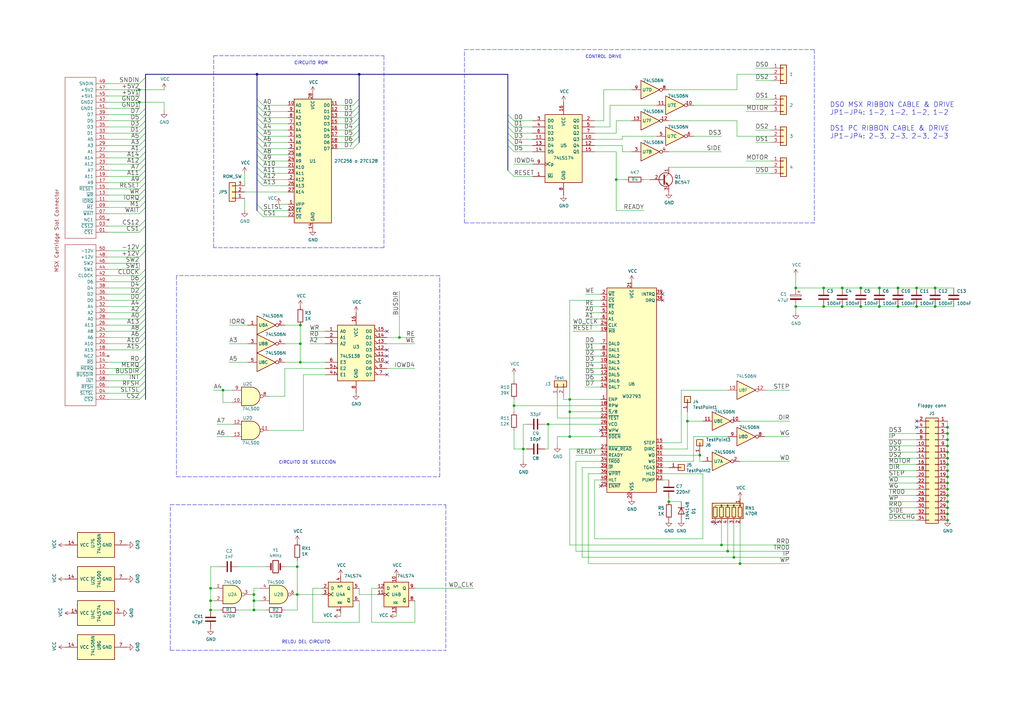
<source format=kicad_sch>
(kicad_sch (version 20211123) (generator eeschema)
  (paper "User" 419.989 297.002)
  (title_block (title "MICROSOL CDX-2 INTERFACE 2.4") (company "MSXmakers!"))
  (junction (at 360.68 118.11))
  (junction (at 298.45 226.06))
  (junction (at 86.36 250.19))
  (junction (at 233.68 179.07))
  (junction (at 281.94 172.72))
  (junction (at 252.73 73.66))
  (junction (at 214.63 184.15))
  (junction (at 360.68 125.73))
  (junction (at 287.02 186.69))
  (junction (at 375.92 118.11))
  (junction (at 388.62 205.74))
  (junction (at 57.15 41.91))
  (junction (at 388.62 175.26))
  (junction (at 233.68 168.91))
  (junction (at 388.62 198.12))
  (junction (at 388.62 213.36))
  (junction (at 388.62 208.28))
  (junction (at 388.62 195.58))
  (junction (at 388.62 180.34))
  (junction (at 210.82 166.37))
  (junction (at 326.39 118.11))
  (junction (at 86.36 241.3))
  (junction (at 86.36 246.38))
  (junction (at 91.44 160.02))
  (junction (at 105.41 30.48))
  (junction (at 388.62 185.42))
  (junction (at 104.14 246.38))
  (junction (at 388.62 190.5))
  (junction (at 345.44 125.73))
  (junction (at 104.14 243.84))
  (junction (at 375.92 125.73))
  (junction (at 388.62 182.88))
  (junction (at 104.14 250.19))
  (junction (at 388.62 203.2))
  (junction (at 383.54 118.11))
  (junction (at 57.15 36.83))
  (junction (at 388.62 187.96))
  (junction (at 123.19 148.59))
  (junction (at 326.39 125.73))
  (junction (at 123.19 133.35))
  (junction (at 383.54 125.73))
  (junction (at 224.79 173.99))
  (junction (at 163.83 138.43))
  (junction (at 233.68 163.83))
  (junction (at 274.32 205.74))
  (junction (at 121.92 232.41))
  (junction (at 353.06 125.73))
  (junction (at 121.92 243.84))
  (junction (at 147.32 30.48))
  (junction (at 295.91 223.52))
  (junction (at 388.62 200.66))
  (junction (at 368.3 118.11))
  (junction (at 353.06 118.11))
  (junction (at 337.82 125.73))
  (junction (at 123.19 140.97))
  (junction (at 388.62 193.04))
  (junction (at 303.53 231.14))
  (junction (at 300.99 228.6))
  (junction (at 388.62 177.8))
  (junction (at 337.82 118.11))
  (junction (at 388.62 210.82))
  (junction (at 368.3 125.73))
  (junction (at 345.44 118.11))
  (no_connect (at 246.38 199.39))
  (no_connect (at 158.75 146.05))
  (no_connect (at 158.75 148.59))
  (no_connect (at 158.75 143.51))
  (no_connect (at 158.75 153.67))
  (no_connect (at 246.38 176.53))
  (no_connect (at 158.75 135.89))
  (no_connect (at 271.78 123.19))
  (no_connect (at 271.78 120.65))
  (no_connect (at 375.92 172.72))
  (no_connect (at 375.92 175.26))
  (no_connect (at 293.37 214.63))
  (bus_entry (at 59.69 90.17) (size -2.54 2.54))
  (bus_entry (at 59.69 44.45) (size -2.54 2.54))
  (bus_entry (at 59.69 115.57) (size -2.54 2.54))
  (bus_entry (at 210.82 57.15) (size -2.54 -2.54))
  (bus_entry (at 105.41 68.58) (size 2.54 2.54))
  (bus_entry (at 59.69 85.09) (size -2.54 2.54))
  (bus_entry (at 208.28 59.69) (size 2.54 2.54))
  (bus_entry (at 57.15 123.19) (size 2.54 -2.54))
  (bus_entry (at 59.69 113.03) (size -2.54 2.54))
  (bus_entry (at 59.69 133.35) (size -2.54 2.54))
  (bus_entry (at 59.69 82.55) (size -2.54 2.54))
  (bus_entry (at 59.69 148.59) (size -2.54 2.54))
  (bus_entry (at 147.32 50.8) (size -2.54 2.54))
  (bus_entry (at 59.69 123.19) (size -2.54 2.54))
  (bus_entry (at 105.41 71.12) (size 2.54 2.54))
  (bus_entry (at 59.69 153.67) (size -2.54 2.54))
  (bus_entry (at 59.69 158.75) (size -2.54 2.54))
  (bus_entry (at 147.32 45.72) (size -2.54 2.54))
  (bus_entry (at 208.28 46.99) (size 2.54 2.54))
  (bus_entry (at 57.15 34.29) (size 2.54 -2.54))
  (bus_entry (at 105.41 48.26) (size 2.54 2.54))
  (bus_entry (at 105.41 66.04) (size 2.54 2.54))
  (bus_entry (at 59.69 72.39) (size -2.54 2.54))
  (bus_entry (at 59.69 74.93) (size -2.54 2.54))
  (bus_entry (at 59.69 69.85) (size -2.54 2.54))
  (bus_entry (at 59.69 100.33) (size -2.54 2.54))
  (bus_entry (at 105.41 40.64) (size 2.54 2.54))
  (bus_entry (at 59.69 46.99) (size -2.54 2.54))
  (bus_entry (at 59.69 77.47) (size -2.54 2.54))
  (bus_entry (at 59.69 138.43) (size -2.54 2.54))
  (bus_entry (at 59.69 54.61) (size -2.54 2.54))
  (bus_entry (at 105.41 63.5) (size 2.54 2.54))
  (bus_entry (at 59.69 59.69) (size -2.54 2.54))
  (bus_entry (at 59.69 125.73) (size -2.54 2.54))
  (bus_entry (at 59.69 52.07) (size -2.54 2.54))
  (bus_entry (at 105.41 43.18) (size 2.54 2.54))
  (bus_entry (at 147.32 43.18) (size -2.54 2.54))
  (bus_entry (at 59.69 80.01) (size -2.54 2.54))
  (bus_entry (at 59.69 62.23) (size -2.54 2.54))
  (bus_entry (at 147.32 53.34) (size -2.54 2.54))
  (bus_entry (at 208.28 57.15) (size 2.54 2.54))
  (bus_entry (at 105.41 50.8) (size 2.54 2.54))
  (bus_entry (at 59.69 118.11) (size -2.54 2.54))
  (bus_entry (at 59.69 146.05) (size -2.54 2.54))
  (bus_entry (at 105.41 83.82) (size 2.54 2.54))
  (bus_entry (at 144.78 50.8) (size 2.54 -2.54))
  (bus_entry (at 59.69 128.27) (size -2.54 2.54))
  (bus_entry (at 105.41 45.72) (size 2.54 2.54))
  (bus_entry (at 59.69 130.81) (size -2.54 2.54))
  (bus_entry (at 59.69 92.71) (size -2.54 2.54))
  (bus_entry (at 59.69 161.29) (size -2.54 2.54))
  (bus_entry (at 59.69 135.89) (size -2.54 2.54))
  (bus_entry (at 59.69 64.77) (size -2.54 2.54))
  (bus_entry (at 208.28 52.07) (size 2.54 2.54))
  (bus_entry (at 105.41 60.96) (size 2.54 2.54))
  (bus_entry (at 105.41 55.88) (size 2.54 2.54))
  (bus_entry (at 59.69 151.13) (size -2.54 2.54))
  (bus_entry (at 59.69 110.49) (size -2.54 2.54))
  (bus_entry (at 105.41 58.42) (size 2.54 2.54))
  (bus_entry (at 59.69 140.97) (size -2.54 2.54))
  (bus_entry (at 208.28 49.53) (size 2.54 2.54))
  (bus_entry (at 147.32 58.42) (size -2.54 2.54))
  (bus_entry (at 59.69 156.21) (size -2.54 2.54))
  (bus_entry (at 147.32 55.88) (size -2.54 2.54))
  (bus_entry (at 59.69 102.87) (size -2.54 2.54))
  (bus_entry (at 208.28 69.85) (size 2.54 2.54))
  (bus_entry (at 147.32 40.64) (size -2.54 2.54))
  (bus_entry (at 105.41 73.66) (size 2.54 2.54))
  (bus_entry (at 59.69 67.31) (size -2.54 2.54))
  (bus_entry (at 59.69 49.53) (size -2.54 2.54))
  (bus_entry (at 59.69 57.15) (size -2.54 2.54))
  (bus_entry (at 105.41 86.36) (size 2.54 2.54))
  (bus_entry (at 105.41 53.34) (size 2.54 2.54))
  (wire (pts (xy 337.82 125.73) (xy 345.44 125.73)))
  (wire (pts (xy 388.62 180.34) (xy 388.62 182.88)))
  (wire (pts (xy 228.6 171.45) (xy 228.6 162.56)))
  (wire (pts (xy 91.44 160.02) (xy 87.63 160.02)))
  (bus (pts (xy 59.69 52.07) (xy 59.69 54.61)))
  (wire (pts (xy 118.11 86.36) (xy 107.95 86.36)))
  (wire (pts (xy 281.94 184.15) (xy 281.94 172.72)))
  (wire (pts (xy 295.91 223.52) (xy 295.91 214.63)))
  (wire (pts (xy 284.48 43.18) (xy 316.23 43.18)))
  (bus (pts (xy 59.69 110.49) (xy 59.69 113.03)))
  (wire (pts (xy 364.49 210.82) (xy 375.92 210.82)))
  (wire (pts (xy 144.78 53.34) (xy 138.43 53.34)))
  (wire (pts (xy 288.29 194.31) (xy 271.78 194.31)))
  (bus (pts (xy 105.41 30.48) (xy 105.41 40.64)))
  (wire (pts (xy 104.14 241.3) (xy 104.14 243.84)))
  (bus (pts (xy 59.69 69.85) (xy 59.69 72.39)))
  (wire (pts (xy 110.49 176.53) (xy 124.46 176.53)))
  (bus (pts (xy 59.69 115.57) (xy 59.69 118.11)))
  (wire (pts (xy 95.25 165.1) (xy 91.44 165.1)))
  (wire (pts (xy 309.88 33.02) (xy 316.23 33.02)))
  (wire (pts (xy 154.94 243.84) (xy 147.32 243.84)))
  (wire (pts (xy 44.45 64.77) (xy 57.15 64.77)))
  (bus (pts (xy 59.69 44.45) (xy 59.69 46.99)))
  (bus (pts (xy 147.32 40.64) (xy 147.32 43.18)))
  (wire (pts (xy 44.45 107.95) (xy 57.15 107.95)))
  (bus (pts (xy 147.32 30.48) (xy 105.41 30.48)))
  (bus (pts (xy 105.41 63.5) (xy 105.41 66.04)))
  (wire (pts (xy 44.45 62.23) (xy 57.15 62.23)))
  (bus (pts (xy 59.69 64.77) (xy 59.69 67.31)))
  (wire (pts (xy 326.39 125.73) (xy 326.39 128.27)))
  (polyline (pts (xy 182.88 207.01) (xy 182.88 266.7)))
  (wire (pts (xy 86.36 250.19) (xy 90.17 250.19)))
  (wire (pts (xy 210.82 166.37) (xy 210.82 168.91)))
  (wire (pts (xy 210.82 59.69) (xy 218.44 59.69)))
  (wire (pts (xy 303.53 189.23) (xy 323.85 189.23)))
  (wire (pts (xy 44.45 120.65) (xy 57.15 120.65)))
  (bus (pts (xy 59.69 74.93) (xy 59.69 77.47)))
  (bus (pts (xy 208.28 54.61) (xy 208.28 57.15)))
  (wire (pts (xy 91.44 165.1) (xy 91.44 160.02)))
  (polyline (pts (xy 72.39 195.58) (xy 180.34 195.58)))
  (wire (pts (xy 118.11 73.66) (xy 107.95 73.66)))
  (wire (pts (xy 375.92 182.88) (xy 364.49 182.88)))
  (wire (pts (xy 118.11 68.58) (xy 107.95 68.58)))
  (bus (pts (xy 105.41 48.26) (xy 105.41 50.8)))
  (wire (pts (xy 353.06 118.11) (xy 345.44 118.11)))
  (wire (pts (xy 116.84 162.56) (xy 116.84 151.13)))
  (wire (pts (xy 194.31 241.3) (xy 170.18 241.3)))
  (wire (pts (xy 67.31 41.91) (xy 67.31 45.72)))
  (wire (pts (xy 144.78 58.42) (xy 138.43 58.42)))
  (wire (pts (xy 44.45 87.63) (xy 57.15 87.63)))
  (wire (pts (xy 388.62 185.42) (xy 388.62 187.96)))
  (wire (pts (xy 210.82 166.37) (xy 246.38 166.37)))
  (wire (pts (xy 124.46 153.67) (xy 133.35 153.67)))
  (wire (pts (xy 100.33 78.74) (xy 118.11 78.74)))
  (bus (pts (xy 59.69 133.35) (xy 59.69 135.89)))
  (wire (pts (xy 247.65 49.53) (xy 247.65 36.83)))
  (wire (pts (xy 309.88 71.12) (xy 316.23 71.12)))
  (bus (pts (xy 59.69 80.01) (xy 59.69 82.55)))
  (bus (pts (xy 59.69 113.03) (xy 59.69 115.57)))
  (wire (pts (xy 236.22 226.06) (xy 298.45 226.06)))
  (wire (pts (xy 44.45 115.57) (xy 57.15 115.57)))
  (polyline (pts (xy 157.48 101.6) (xy 87.63 101.6)))
  (wire (pts (xy 144.78 43.18) (xy 138.43 43.18)))
  (wire (pts (xy 388.62 203.2) (xy 388.62 205.74)))
  (wire (pts (xy 116.84 140.97) (xy 123.19 140.97)))
  (wire (pts (xy 246.38 168.91) (xy 233.68 168.91)))
  (wire (pts (xy 210.82 49.53) (xy 218.44 49.53)))
  (bus (pts (xy 59.69 140.97) (xy 59.69 146.05)))
  (wire (pts (xy 214.63 184.15) (xy 215.9 184.15)))
  (wire (pts (xy 243.84 54.61) (xy 252.73 54.61)))
  (bus (pts (xy 59.69 57.15) (xy 59.69 59.69)))
  (wire (pts (xy 246.38 133.35) (xy 234.95 133.35)))
  (wire (pts (xy 44.45 153.67) (xy 57.15 153.67)))
  (wire (pts (xy 210.82 176.53) (xy 210.82 184.15)))
  (wire (pts (xy 118.11 48.26) (xy 107.95 48.26)))
  (bus (pts (xy 105.41 55.88) (xy 105.41 58.42)))
  (wire (pts (xy 274.32 204.47) (xy 274.32 205.74)))
  (bus (pts (xy 59.69 158.75) (xy 59.69 161.29)))
  (bus (pts (xy 208.28 30.48) (xy 208.28 46.99)))
  (wire (pts (xy 306.07 66.04) (xy 316.23 66.04)))
  (wire (pts (xy 236.22 186.69) (xy 246.38 186.69)))
  (wire (pts (xy 97.79 232.41) (xy 109.22 232.41)))
  (wire (pts (xy 388.62 205.74) (xy 388.62 208.28)))
  (wire (pts (xy 121.92 229.87) (xy 121.92 232.41)))
  (wire (pts (xy 243.84 62.23) (xy 252.73 62.23)))
  (wire (pts (xy 375.92 193.04) (xy 364.49 193.04)))
  (bus (pts (xy 59.69 90.17) (xy 59.69 92.71)))
  (bus (pts (xy 105.41 43.18) (xy 105.41 45.72)))
  (wire (pts (xy 255.27 62.23) (xy 259.08 62.23)))
  (wire (pts (xy 246.38 135.89) (xy 234.95 135.89)))
  (bus (pts (xy 208.28 46.99) (xy 208.28 49.53)))
  (wire (pts (xy 309.88 40.64) (xy 316.23 40.64)))
  (wire (pts (xy 44.45 156.21) (xy 57.15 156.21)))
  (wire (pts (xy 326.39 113.03) (xy 326.39 118.11)))
  (bus (pts (xy 208.28 49.53) (xy 208.28 52.07)))
  (polyline (pts (xy 72.39 113.03) (xy 72.39 195.58)))
  (wire (pts (xy 252.73 73.66) (xy 252.73 86.36)))
  (wire (pts (xy 353.06 125.73) (xy 360.68 125.73)))
  (bus (pts (xy 208.28 57.15) (xy 208.28 59.69)))
  (bus (pts (xy 147.32 43.18) (xy 147.32 45.72)))
  (wire (pts (xy 250.19 52.07) (xy 243.84 52.07)))
  (wire (pts (xy 44.45 74.93) (xy 57.15 74.93)))
  (wire (pts (xy 388.62 200.66) (xy 388.62 203.2)))
  (bus (pts (xy 105.41 58.42) (xy 105.41 60.96)))
  (wire (pts (xy 44.45 77.47) (xy 57.15 77.47)))
  (bus (pts (xy 59.69 120.65) (xy 59.69 123.19)))
  (bus (pts (xy 105.41 83.82) (xy 105.41 86.36)))
  (wire (pts (xy 375.92 198.12) (xy 364.49 198.12)))
  (wire (pts (xy 210.82 184.15) (xy 214.63 184.15)))
  (bus (pts (xy 105.41 60.96) (xy 105.41 63.5)))
  (wire (pts (xy 284.48 189.23) (xy 271.78 189.23)))
  (wire (pts (xy 210.82 54.61) (xy 218.44 54.61)))
  (wire (pts (xy 313.69 160.02) (xy 323.85 160.02)))
  (wire (pts (xy 269.24 55.88) (xy 255.27 55.88)))
  (wire (pts (xy 163.83 119.38) (xy 163.83 138.43)))
  (wire (pts (xy 281.94 172.72) (xy 288.29 172.72)))
  (wire (pts (xy 44.45 163.83) (xy 57.15 163.83)))
  (wire (pts (xy 388.62 175.26) (xy 388.62 177.8)))
  (wire (pts (xy 391.16 118.11) (xy 383.54 118.11)))
  (wire (pts (xy 44.45 41.91) (xy 57.15 41.91)))
  (wire (pts (xy 44.45 128.27) (xy 57.15 128.27)))
  (wire (pts (xy 144.78 45.72) (xy 138.43 45.72)))
  (wire (pts (xy 121.92 232.41) (xy 116.84 232.41)))
  (wire (pts (xy 309.88 53.34) (xy 316.23 53.34)))
  (wire (pts (xy 255.27 57.15) (xy 243.84 57.15)))
  (wire (pts (xy 152.4 255.27) (xy 152.4 241.3)))
  (wire (pts (xy 388.62 177.8) (xy 388.62 180.34)))
  (bus (pts (xy 147.32 53.34) (xy 147.32 55.88)))
  (wire (pts (xy 238.76 191.77) (xy 238.76 228.6)))
  (wire (pts (xy 231.14 163.83) (xy 233.68 163.83)))
  (wire (pts (xy 240.03 130.81) (xy 246.38 130.81)))
  (wire (pts (xy 264.16 86.36) (xy 252.73 86.36)))
  (wire (pts (xy 274.32 62.23) (xy 295.91 62.23)))
  (polyline (pts (xy 334.01 20.32) (xy 334.01 91.44)))
  (wire (pts (xy 252.73 62.23) (xy 252.73 73.66)))
  (wire (pts (xy 44.45 133.35) (xy 57.15 133.35)))
  (wire (pts (xy 44.45 54.61) (xy 57.15 54.61)))
  (wire (pts (xy 246.38 163.83) (xy 233.68 163.83)))
  (wire (pts (xy 44.45 67.31) (xy 57.15 67.31)))
  (wire (pts (xy 364.49 203.2) (xy 375.92 203.2)))
  (wire (pts (xy 326.39 125.73) (xy 337.82 125.73)))
  (wire (pts (xy 44.45 138.43) (xy 57.15 138.43)))
  (wire (pts (xy 287.02 186.69) (xy 287.02 189.23)))
  (bus (pts (xy 59.69 138.43) (xy 59.69 140.97)))
  (wire (pts (xy 345.44 118.11) (xy 337.82 118.11)))
  (wire (pts (xy 44.45 36.83) (xy 57.15 36.83)))
  (wire (pts (xy 57.15 41.91) (xy 57.15 44.45)))
  (bus (pts (xy 59.69 30.48) (xy 59.69 31.75)))
  (wire (pts (xy 233.68 123.19) (xy 233.68 163.83)))
  (wire (pts (xy 86.36 246.38) (xy 87.63 246.38)))
  (wire (pts (xy 86.36 250.19) (xy 86.36 246.38)))
  (wire (pts (xy 388.62 190.5) (xy 388.62 193.04)))
  (wire (pts (xy 118.11 58.42) (xy 107.95 58.42)))
  (wire (pts (xy 44.45 39.37) (xy 57.15 39.37)))
  (wire (pts (xy 246.38 189.23) (xy 236.22 189.23)))
  (wire (pts (xy 388.62 208.28) (xy 388.62 210.82)))
  (wire (pts (xy 93.98 148.59) (xy 101.6 148.59)))
  (wire (pts (xy 86.36 241.3) (xy 86.36 232.41)))
  (bus (pts (xy 59.69 123.19) (xy 59.69 125.73)))
  (wire (pts (xy 295.91 55.88) (xy 284.48 55.88)))
  (wire (pts (xy 114.3 83.82) (xy 118.11 83.82)))
  (wire (pts (xy 224.79 173.99) (xy 223.52 173.99)))
  (wire (pts (xy 118.11 66.04) (xy 107.95 66.04)))
  (wire (pts (xy 364.49 213.36) (xy 375.92 213.36)))
  (wire (pts (xy 121.92 243.84) (xy 121.92 250.19)))
  (wire (pts (xy 233.68 163.83) (xy 233.68 168.91)))
  (wire (pts (xy 287.02 189.23) (xy 288.29 189.23)))
  (wire (pts (xy 284.48 179.07) (xy 284.48 189.23)))
  (wire (pts (xy 288.29 220.98) (xy 288.29 194.31)))
  (bus (pts (xy 105.41 40.64) (xy 105.41 43.18)))
  (wire (pts (xy 118.11 60.96) (xy 107.95 60.96)))
  (wire (pts (xy 128.27 241.3) (xy 128.27 255.27)))
  (wire (pts (xy 100.33 81.28) (xy 100.33 86.36)))
  (wire (pts (xy 44.45 52.07) (xy 57.15 52.07)))
  (wire (pts (xy 274.32 49.53) (xy 302.26 49.53)))
  (bus (pts (xy 59.69 146.05) (xy 59.69 148.59)))
  (wire (pts (xy 163.83 138.43) (xy 158.75 138.43)))
  (wire (pts (xy 309.88 58.42) (xy 316.23 58.42)))
  (wire (pts (xy 233.68 179.07) (xy 228.6 179.07)))
  (wire (pts (xy 44.45 105.41) (xy 57.15 105.41)))
  (wire (pts (xy 279.4 160.02) (xy 298.45 160.02)))
  (wire (pts (xy 215.9 173.99) (xy 214.63 173.99)))
  (wire (pts (xy 44.45 113.03) (xy 57.15 113.03)))
  (wire (pts (xy 295.91 223.52) (xy 323.85 223.52)))
  (wire (pts (xy 360.68 118.11) (xy 353.06 118.11)))
  (wire (pts (xy 218.44 72.39) (xy 210.82 72.39)))
  (wire (pts (xy 271.78 181.61) (xy 279.4 181.61)))
  (wire (pts (xy 128.27 255.27) (xy 147.32 255.27)))
  (wire (pts (xy 274.32 68.58) (xy 316.23 68.58)))
  (polyline (pts (xy 180.34 113.03) (xy 72.39 113.03)))
  (bus (pts (xy 59.69 46.99) (xy 59.69 49.53)))
  (wire (pts (xy 170.18 246.38) (xy 170.18 255.27)))
  (wire (pts (xy 44.45 57.15) (xy 57.15 57.15)))
  (wire (pts (xy 364.49 195.58) (xy 375.92 195.58)))
  (bus (pts (xy 59.69 156.21) (xy 59.69 158.75)))
  (wire (pts (xy 210.82 57.15) (xy 218.44 57.15)))
  (wire (pts (xy 375.92 125.73) (xy 383.54 125.73)))
  (wire (pts (xy 240.03 158.75) (xy 246.38 158.75)))
  (wire (pts (xy 337.82 118.11) (xy 326.39 118.11)))
  (polyline (pts (xy 87.63 22.86) (xy 157.48 22.86)))
  (wire (pts (xy 233.68 223.52) (xy 295.91 223.52)))
  (wire (pts (xy 231.14 162.56) (xy 231.14 163.83)))
  (wire (pts (xy 162.56 252.73) (xy 162.56 251.46)))
  (wire (pts (xy 110.49 162.56) (xy 116.84 162.56)))
  (wire (pts (xy 302.26 30.48) (xy 302.26 36.83)))
  (wire (pts (xy 240.03 128.27) (xy 246.38 128.27)))
  (polyline (pts (xy 334.01 91.44) (xy 190.5 91.44)))
  (bus (pts (xy 59.69 59.69) (xy 59.69 62.23)))
  (wire (pts (xy 44.45 135.89) (xy 57.15 135.89)))
  (wire (pts (xy 44.45 85.09) (xy 57.15 85.09)))
  (wire (pts (xy 368.3 118.11) (xy 360.68 118.11)))
  (wire (pts (xy 210.82 166.37) (xy 210.82 163.83)))
  (bus (pts (xy 208.28 30.48) (xy 147.32 30.48)))
  (wire (pts (xy 271.78 184.15) (xy 281.94 184.15)))
  (bus (pts (xy 59.69 102.87) (xy 59.69 110.49)))
  (wire (pts (xy 302.26 55.88) (xy 316.23 55.88)))
  (wire (pts (xy 240.03 143.51) (xy 246.38 143.51)))
  (wire (pts (xy 104.14 250.19) (xy 97.79 250.19)))
  (wire (pts (xy 240.03 148.59) (xy 246.38 148.59)))
  (wire (pts (xy 133.35 138.43) (xy 127 138.43)))
  (bus (pts (xy 59.69 135.89) (xy 59.69 138.43)))
  (wire (pts (xy 118.11 53.34) (xy 107.95 53.34)))
  (wire (pts (xy 44.45 148.59) (xy 57.15 148.59)))
  (wire (pts (xy 247.65 36.83) (xy 259.08 36.83)))
  (wire (pts (xy 383.54 125.73) (xy 391.16 125.73)))
  (bus (pts (xy 208.28 52.07) (xy 208.28 54.61)))
  (bus (pts (xy 59.69 72.39) (xy 59.69 74.93)))
  (wire (pts (xy 144.78 48.26) (xy 138.43 48.26)))
  (wire (pts (xy 388.62 210.82) (xy 388.62 213.36)))
  (wire (pts (xy 252.73 54.61) (xy 252.73 49.53)))
  (wire (pts (xy 246.38 120.65) (xy 240.03 120.65)))
  (bus (pts (xy 59.69 77.47) (xy 59.69 80.01)))
  (wire (pts (xy 118.11 50.8) (xy 107.95 50.8)))
  (wire (pts (xy 284.48 179.07) (xy 298.45 179.07)))
  (wire (pts (xy 364.49 180.34) (xy 375.92 180.34)))
  (wire (pts (xy 100.33 76.2) (xy 100.33 71.12)))
  (wire (pts (xy 388.62 193.04) (xy 388.62 195.58)))
  (wire (pts (xy 388.62 195.58) (xy 388.62 198.12)))
  (wire (pts (xy 241.3 231.14) (xy 303.53 231.14)))
  (polyline (pts (xy 87.63 101.6) (xy 87.63 22.86)))
  (wire (pts (xy 271.78 186.69) (xy 287.02 186.69)))
  (wire (pts (xy 210.82 62.23) (xy 218.44 62.23)))
  (bus (pts (xy 147.32 55.88) (xy 147.32 58.42)))
  (wire (pts (xy 44.45 44.45) (xy 57.15 44.45)))
  (wire (pts (xy 158.75 151.13) (xy 170.18 151.13)))
  (wire (pts (xy 101.6 140.97) (xy 93.98 140.97)))
  (wire (pts (xy 44.45 110.49) (xy 57.15 110.49)))
  (wire (pts (xy 133.35 135.89) (xy 127 135.89)))
  (wire (pts (xy 44.45 125.73) (xy 57.15 125.73)))
  (bus (pts (xy 105.41 53.34) (xy 105.41 55.88)))
  (bus (pts (xy 59.69 153.67) (xy 59.69 156.21)))
  (wire (pts (xy 44.45 102.87) (xy 57.15 102.87)))
  (wire (pts (xy 375.92 177.8) (xy 364.49 177.8)))
  (wire (pts (xy 383.54 118.11) (xy 375.92 118.11)))
  (wire (pts (xy 104.14 246.38) (xy 106.68 246.38)))
  (wire (pts (xy 236.22 189.23) (xy 236.22 226.06)))
  (wire (pts (xy 246.38 123.19) (xy 233.68 123.19)))
  (wire (pts (xy 228.6 179.07) (xy 228.6 182.88)))
  (bus (pts (xy 147.32 45.72) (xy 147.32 48.26)))
  (bus (pts (xy 147.32 48.26) (xy 147.32 50.8)))
  (wire (pts (xy 118.11 63.5) (xy 107.95 63.5)))
  (wire (pts (xy 210.82 153.67) (xy 210.82 156.21)))
  (wire (pts (xy 147.32 255.27) (xy 147.32 246.38)))
  (bus (pts (xy 105.41 50.8) (xy 105.41 53.34)))
  (wire (pts (xy 214.63 173.99) (xy 214.63 184.15)))
  (wire (pts (xy 309.88 27.94) (xy 316.23 27.94)))
  (wire (pts (xy 224.79 173.99) (xy 246.38 173.99)))
  (wire (pts (xy 375.92 118.11) (xy 368.3 118.11)))
  (wire (pts (xy 144.78 50.8) (xy 138.43 50.8)))
  (wire (pts (xy 360.68 125.73) (xy 368.3 125.73)))
  (wire (pts (xy 364.49 205.74) (xy 375.92 205.74)))
  (wire (pts (xy 144.78 55.88) (xy 138.43 55.88)))
  (wire (pts (xy 364.49 185.42) (xy 375.92 185.42)))
  (wire (pts (xy 243.84 220.98) (xy 288.29 220.98)))
  (wire (pts (xy 170.18 138.43) (xy 163.83 138.43)))
  (wire (pts (xy 256.54 73.66) (xy 252.73 73.66)))
  (wire (pts (xy 298.45 226.06) (xy 298.45 214.63)))
  (wire (pts (xy 279.4 205.74) (xy 274.32 205.74)))
  (wire (pts (xy 388.62 182.88) (xy 388.62 185.42)))
  (polyline (pts (xy 190.5 20.32) (xy 334.01 20.32)))
  (wire (pts (xy 240.03 140.97) (xy 246.38 140.97)))
  (wire (pts (xy 210.82 67.31) (xy 218.44 67.31)))
  (wire (pts (xy 44.45 130.81) (xy 57.15 130.81)))
  (wire (pts (xy 123.19 133.35) (xy 123.19 140.97)))
  (wire (pts (xy 88.9 179.07) (xy 95.25 179.07)))
  (bus (pts (xy 208.28 59.69) (xy 208.28 69.85)))
  (wire (pts (xy 364.49 187.96) (xy 375.92 187.96)))
  (wire (pts (xy 44.45 92.71) (xy 57.15 92.71)))
  (bus (pts (xy 147.32 30.48) (xy 147.32 40.64)))
  (wire (pts (xy 274.32 36.83) (xy 302.26 36.83)))
  (bus (pts (xy 59.69 67.31) (xy 59.69 69.85)))
  (wire (pts (xy 246.38 171.45) (xy 228.6 171.45)))
  (bus (pts (xy 59.69 100.33) (xy 59.69 102.87)))
  (wire (pts (xy 118.11 88.9) (xy 107.95 88.9)))
  (wire (pts (xy 116.84 133.35) (xy 123.19 133.35)))
  (wire (pts (xy 118.11 55.88) (xy 107.95 55.88)))
  (bus (pts (xy 105.41 73.66) (xy 105.41 83.82)))
  (wire (pts (xy 109.22 250.19) (xy 104.14 250.19)))
  (wire (pts (xy 240.03 156.21) (xy 246.38 156.21)))
  (wire (pts (xy 375.92 208.28) (xy 364.49 208.28)))
  (wire (pts (xy 316.23 30.48) (xy 302.26 30.48)))
  (wire (pts (xy 300.99 228.6) (xy 323.85 228.6)))
  (wire (pts (xy 252.73 49.53) (xy 259.08 49.53)))
  (wire (pts (xy 250.19 43.18) (xy 250.19 52.07)))
  (bus (pts (xy 105.41 30.48) (xy 59.69 30.48)))
  (wire (pts (xy 246.38 191.77) (xy 238.76 191.77)))
  (wire (pts (xy 95.25 173.99) (xy 88.9 173.99)))
  (wire (pts (xy 274.32 196.85) (xy 271.78 196.85)))
  (wire (pts (xy 224.79 184.15) (xy 224.79 173.99)))
  (wire (pts (xy 210.82 52.07) (xy 218.44 52.07)))
  (bus (pts (xy 105.41 45.72) (xy 105.41 48.26)))
  (wire (pts (xy 246.38 184.15) (xy 233.68 184.15)))
  (wire (pts (xy 255.27 59.69) (xy 255.27 62.23)))
  (wire (pts (xy 303.53 231.14) (xy 323.85 231.14)))
  (wire (pts (xy 44.45 161.29) (xy 57.15 161.29)))
  (wire (pts (xy 44.45 49.53) (xy 57.15 49.53)))
  (bus (pts (xy 59.69 161.29) (xy 59.69 163.83)))
  (wire (pts (xy 44.45 46.99) (xy 57.15 46.99)))
  (wire (pts (xy 302.26 49.53) (xy 302.26 55.88)))
  (wire (pts (xy 303.53 172.72) (xy 323.85 172.72)))
  (wire (pts (xy 269.24 43.18) (xy 250.19 43.18)))
  (wire (pts (xy 101.6 133.35) (xy 93.98 133.35)))
  (wire (pts (xy 214.63 184.15) (xy 214.63 189.23)))
  (wire (pts (xy 132.08 241.3) (xy 128.27 241.3)))
  (wire (pts (xy 44.45 72.39) (xy 57.15 72.39)))
  (bus (pts (xy 59.69 130.81) (xy 59.69 133.35)))
  (wire (pts (xy 44.45 158.75) (xy 57.15 158.75)))
  (bus (pts (xy 59.69 92.71) (xy 59.69 100.33)))
  (wire (pts (xy 139.7 252.73) (xy 139.7 251.46)))
  (wire (pts (xy 86.36 246.38) (xy 86.36 241.3)))
  (bus (pts (xy 105.41 71.12) (xy 105.41 73.66)))
  (wire (pts (xy 118.11 43.18) (xy 107.95 43.18)))
  (wire (pts (xy 243.84 49.53) (xy 247.65 49.53)))
  (wire (pts (xy 298.45 226.06) (xy 323.85 226.06)))
  (wire (pts (xy 44.45 118.11) (xy 57.15 118.11)))
  (bus (pts (xy 59.69 31.75) (xy 59.69 44.45)))
  (wire (pts (xy 121.92 243.84) (xy 132.08 243.84)))
  (wire (pts (xy 124.46 176.53) (xy 124.46 153.67)))
  (wire (pts (xy 345.44 125.73) (xy 353.06 125.73)))
  (polyline (pts (xy 69.85 266.7) (xy 69.85 207.01)))
  (wire (pts (xy 255.27 55.88) (xy 255.27 57.15)))
  (bus (pts (xy 105.41 68.58) (xy 105.41 71.12)))
  (wire (pts (xy 364.49 200.66) (xy 375.92 200.66)))
  (bus (pts (xy 105.41 66.04) (xy 105.41 68.58)))
  (wire (pts (xy 44.45 34.29) (xy 57.15 34.29)))
  (bus (pts (xy 59.69 151.13) (xy 59.69 153.67)))
  (wire (pts (xy 44.45 82.55) (xy 57.15 82.55)))
  (wire (pts (xy 313.69 179.07) (xy 323.85 179.07)))
  (wire (pts (xy 144.78 60.96) (xy 138.43 60.96)))
  (wire (pts (xy 233.68 168.91) (xy 233.68 179.07)))
  (wire (pts (xy 243.84 59.69) (xy 255.27 59.69)))
  (polyline (pts (xy 69.85 207.01) (xy 182.88 207.01)))
  (wire (pts (xy 243.84 196.85) (xy 243.84 220.98)))
  (wire (pts (xy 118.11 45.72) (xy 107.95 45.72)))
  (wire (pts (xy 240.03 151.13) (xy 246.38 151.13)))
  (wire (pts (xy 44.45 140.97) (xy 57.15 140.97)))
  (polyline (pts (xy 157.48 22.86) (xy 157.48 101.6)))
  (wire (pts (xy 123.19 140.97) (xy 123.19 148.59)))
  (wire (pts (xy 91.44 160.02) (xy 95.25 160.02)))
  (wire (pts (xy 121.92 250.19) (xy 116.84 250.19)))
  (wire (pts (xy 123.19 148.59) (xy 116.84 148.59)))
  (wire (pts (xy 240.03 153.67) (xy 246.38 153.67)))
  (wire (pts (xy 170.18 255.27) (xy 152.4 255.27)))
  (wire (pts (xy 246.38 196.85) (xy 243.84 196.85)))
  (wire (pts (xy 241.3 194.31) (xy 241.3 231.14)))
  (wire (pts (xy 368.3 125.73) (xy 375.92 125.73)))
  (wire (pts (xy 44.45 95.25) (xy 57.15 95.25)))
  (wire (pts (xy 238.76 228.6) (xy 300.99 228.6)))
  (wire (pts (xy 147.32 243.84) (xy 147.32 241.3)))
  (wire (pts (xy 57.15 41.91) (xy 67.31 41.91)))
  (wire (pts (xy 233.68 184.15) (xy 233.68 223.52)))
  (bus (pts (xy 59.69 62.23) (xy 59.69 64.77)))
  (wire (pts (xy 118.11 71.12) (xy 107.95 71.12)))
  (wire (pts (xy 44.45 59.69) (xy 57.15 59.69)))
  (wire (pts (xy 106.68 241.3) (xy 104.14 241.3)))
  (wire (pts (xy 133.35 148.59) (xy 123.19 148.59)))
  (wire (pts (xy 133.35 140.97) (xy 127 140.97)))
  (polyline (pts (xy 180.34 195.58) (xy 180.34 113.03)))
  (wire (pts (xy 264.16 73.66) (xy 266.7 73.66)))
  (bus (pts (xy 147.32 50.8) (xy 147.32 53.34)))
  (wire (pts (xy 44.45 143.51) (xy 57.15 143.51)))
  (wire (pts (xy 121.92 243.84) (xy 121.92 232.41)))
  (wire (pts (xy 271.78 191.77) (xy 274.32 191.77)))
  (bus (pts (xy 59.69 148.59) (xy 59.69 151.13)))
  (wire (pts (xy 388.62 198.12) (xy 388.62 200.66)))
  (bus (pts (xy 59.69 54.61) (xy 59.69 57.15)))
  (bus (pts (xy 59.69 82.55) (xy 59.69 85.09)))
  (wire (pts (xy 57.15 110.49) (xy 57.15 107.95)))
  (wire (pts (xy 388.62 172.72) (xy 388.62 175.26)))
  (wire (pts (xy 306.07 45.72) (xy 316.23 45.72)))
  (bus (pts (xy 59.69 128.27) (xy 59.69 130.81)))
  (wire (pts (xy 57.15 36.83) (xy 67.31 36.83)))
  (wire (pts (xy 246.38 125.73) (xy 240.03 125.73)))
  (wire (pts (xy 104.14 243.84) (xy 104.14 246.38)))
  (wire (pts (xy 170.18 140.97) (xy 158.75 140.97)))
  (wire (pts (xy 104.14 243.84) (xy 102.87 243.84)))
  (bus (pts (xy 59.69 85.09) (xy 59.69 90.17)))
  (bus (pts (xy 59.69 125.73) (xy 59.69 128.27)))
  (polyline (pts (xy 69.85 266.7) (xy 182.88 266.7)))
  (wire (pts (xy 246.38 194.31) (xy 241.3 194.31)))
  (wire (pts (xy 116.84 151.13) (xy 133.35 151.13)))
  (wire (pts (xy 104.14 250.19) (xy 104.14 246.38)))
  (wire (pts (xy 246.38 179.07) (xy 233.68 179.07)))
  (wire (pts (xy 223.52 184.15) (xy 224.79 184.15)))
  (wire (pts (xy 86.36 241.3) (xy 87.63 241.3)))
  (polyline (pts (xy 190.5 91.44) (xy 190.5 20.32)))
  (wire (pts (xy 44.45 151.13) (xy 57.15 151.13)))
  (wire (pts (xy 44.45 69.85) (xy 57.15 69.85)))
  (wire (pts (xy 44.45 80.01) (xy 57.15 80.01)))
  (wire (pts (xy 118.11 76.2) (xy 107.95 76.2)))
  (bus (pts (xy 59.69 49.53) (xy 59.69 52.07)))
  (wire (pts (xy 86.36 232.41) (xy 90.17 232.41)))
  (wire (pts (xy 44.45 123.19) (xy 57.15 123.19)))
  (wire (pts (xy 281.94 172.72) (xy 281.94 168.91)))
  (wire (pts (xy 240.03 146.05) (xy 246.38 146.05)))
  (wire (pts (xy 279.4 160.02) (xy 279.4 181.61)))
  (bus (pts (xy 59.69 118.11) (xy 59.69 120.65)))
  (wire (pts (xy 152.4 241.3) (xy 154.94 241.3)))
  (wire (pts (xy 300.99 228.6) (xy 300.99 214.63)))
  (wire (pts (xy 303.53 231.14) (xy 303.53 214.63)))
  (wire (pts (xy 57.15 39.37) (xy 57.15 36.83)))
  (wire (pts (xy 388.62 187.96) (xy 388.62 190.5)))
  (wire (pts (xy 364.49 190.5) (xy 375.92 190.5)))
  (text "CIRCUITO DE SELECCIÓN" (at 114.3 190.5 0) (effects (font (size 1.27 1.27)) (justify left bottom)))
  (text "RELOJ DEL CIRCUITO" (at 115.57 264.16 0) (effects (font (size 1.27 1.27)) (justify left bottom)))
  (text "CONTROL DRIVE" (at 240.03 24.13 0) (effects (font (size 1.27 1.27)) (justify left bottom)))
  (text "CIRCUITO ROM" (at 120.65 26.67 0) (effects (font (size 1.27 1.27)) (justify left bottom)))
  (text "DS0 MSX RIBBON CABLE & DRIVE\nJP1-JP4: 1-2, 1-2, 1-2, 1-2 \n\nDS1 PC RIBBON CABLE & DRIVE\nJP1-JP4: 2-3, 2-3, 2-3, 2-3 \n" (at 340.36 57.15 0) (effects (font (size 2.0066 2.0066)) (justify left bottom)))
  (label "WD_CLK" (at 194.31 241.3 180) (effects (font (size 1.778 1.778))))
  (label "BUSDIR" (at 163.83 119.38 270) (effects (font (size 1.778 1.778))))
  (label "A4" (at 107.95 53.34 0) (effects (font (size 1.778 1.778))))
  (label "A0" (at 57.15 130.81 180) (effects (font (size 1.778 1.778))))
  (label "D5" (at 240.03 153.67 0) (effects (font (size 1.778 1.778))))
  (label "INT" (at 57.15 156.21 180) (effects (font (size 1.778 1.778))))
  (label "D7" (at 240.03 158.75 0) (effects (font (size 1.778 1.778))))
  (label "READY" (at 236.22 186.69 0) (effects (font (size 1.778 1.778))))
  (label "A7" (at 88.9 173.99 0) (effects (font (size 1.778 1.778))))
  (label "A5" (at 93.98 148.59 0) (effects (font (size 1.778 1.778))))
  (label "RE" (at 240.03 125.73 0) (effects (font (size 1.778 1.778))))
  (label "DS2" (at 364.49 187.96 0) (effects (font (size 1.778 1.778))))
  (label "A6" (at 57.15 138.43 180) (effects (font (size 1.778 1.778))))
  (label "STEP" (at 323.85 160.02 180) (effects (font (size 1.778 1.778))))
  (label "A2" (at 127 140.97 0) (effects (font (size 1.778 1.778))))
  (label "D7" (at 57.15 46.99 180) (effects (font (size 1.778 1.778))))
  (label "D3" (at 210.82 57.15 0) (effects (font (size 1.778 1.778))))
  (label "D0" (at 210.82 49.53 0) (effects (font (size 1.778 1.778))))
  (label "A4" (at 57.15 125.73 180) (effects (font (size 1.778 1.778))))
  (label "MERQ" (at 57.15 151.13 180) (effects (font (size 1.778 1.778))))
  (label "RRD" (at 323.85 223.52 180) (effects (font (size 1.778 1.778))))
  (label "CS1" (at 107.95 88.9 0) (effects (font (size 1.778 1.778))))
  (label "A7" (at 57.15 69.85 180) (effects (font (size 1.778 1.778))))
  (label "DS1" (at 309.88 58.42 0) (effects (font (size 1.778 1.778))))
  (label "D3" (at 144.78 50.8 180) (effects (font (size 1.778 1.778))))
  (label "A6" (at 88.9 179.07 0) (effects (font (size 1.778 1.778))))
  (label "SW1" (at 57.15 110.49 180) (effects (font (size 1.778 1.778))))
  (label "GND1" (at 57.15 44.45 180) (effects (font (size 1.778 1.778))))
  (label "RESET" (at 57.15 77.47 180) (effects (font (size 1.778 1.778))))
  (label "+5V1" (at 57.15 39.37 180) (effects (font (size 1.778 1.778))))
  (label "A12" (at 57.15 67.31 180) (effects (font (size 1.778 1.778))))
  (label "SIDE" (at 364.49 210.82 0) (effects (font (size 1.778 1.778))))
  (label "SIDE" (at 295.91 62.23 180) (effects (font (size 1.778 1.778))))
  (label "GND2" (at 57.15 41.91 180) (effects (font (size 1.778 1.778))))
  (label "WP" (at 323.85 231.14 180) (effects (font (size 1.778 1.778))))
  (label "IOWD4" (at 170.18 151.13 180) (effects (font (size 1.778 1.778))))
  (label "D6" (at 57.15 115.57 180) (effects (font (size 1.778 1.778))))
  (label "D5" (at 144.78 55.88 180) (effects (font (size 1.778 1.778))))
  (label "D7" (at 144.78 60.96 180) (effects (font (size 1.778 1.778))))
  (label "+12V" (at 57.15 105.41 180) (effects (font (size 1.778 1.778))))
  (label "A12" (at 107.95 73.66 0) (effects (font (size 1.778 1.778))))
  (label "MOTOR" (at 306.07 45.72 0) (effects (font (size 1.778 1.778))))
  (label "RESET" (at 210.82 72.39 0) (effects (font (size 1.778 1.778))))
  (label "A10" (at 107.95 68.58 0) (effects (font (size 1.778 1.778))))
  (label "D2" (at 210.82 54.61 0) (effects (font (size 1.778 1.778))))
  (label "DS0" (at 309.88 27.94 0) (effects (font (size 1.778 1.778))))
  (label "WAIT" (at 57.15 87.63 180) (effects (font (size 1.778 1.778))))
  (label "A10" (at 57.15 140.97 180) (effects (font (size 1.778 1.778))))
  (label "SW2" (at 57.15 107.95 180) (effects (font (size 1.778 1.778))))
  (label "WE" (at 170.18 140.97 180) (effects (font (size 1.778 1.778))))
  (label "A5" (at 107.95 55.88 0) (effects (font (size 1.778 1.778))))
  (label "D4" (at 240.03 151.13 0) (effects (font (size 1.778 1.778))))
  (label "WP" (at 364.49 205.74 0) (effects (font (size 1.778 1.778))))
  (label "D4" (at 144.78 53.34 180) (effects (font (size 1.778 1.778))))
  (label "A1" (at 240.03 130.81 0) (effects (font (size 1.778 1.778))))
  (label "SLTSL" (at 107.95 86.36 0) (effects (font (size 1.778 1.778))))
  (label "TR00" (at 323.85 226.06 180) (effects (font (size 1.778 1.778))))
  (label "WD" (at 364.49 198.12 0) (effects (font (size 1.778 1.778))))
  (label "DS1" (at 309.88 40.64 0) (effects (font (size 1.778 1.778))))
  (label "A8" (at 107.95 63.5 0) (effects (font (size 1.778 1.778))))
  (label "CS1" (at 57.15 95.25 180) (effects (font (size 1.778 1.778))))
  (label "WD" (at 323.85 189.23 180) (effects (font (size 1.778 1.778))))
  (label "RESET" (at 234.95 135.89 0) (effects (font (size 1.778 1.778))))
  (label "A3" (at 57.15 59.69 180) (effects (font (size 1.778 1.778))))
  (label "A9" (at 107.95 66.04 0) (effects (font (size 1.778 1.778))))
  (label "A0" (at 107.95 43.18 0) (effects (font (size 1.778 1.778))))
  (label "A13" (at 57.15 133.35 180) (effects (font (size 1.778 1.778))))
  (label "A11" (at 107.95 71.12 0) (effects (font (size 1.778 1.778))))
  (label "DS0" (at 309.88 71.12 0) (effects (font (size 1.778 1.778))))
  (label "WE" (at 240.03 120.65 0) (effects (font (size 1.778 1.778))))
  (label "A4" (at 87.63 160.02 0) (effects (font (size 1.778 1.778))))
  (label "MOTOR" (at 364.49 190.5 0) (effects (font (size 1.778 1.778))))
  (label "A11" (at 57.15 72.39 180) (effects (font (size 1.778 1.778))))
  (label "WR" (at 127 135.89 0) (effects (font (size 1.778 1.778))))
  (label "DS2" (at 309.88 33.02 0) (effects (font (size 1.778 1.778))))
  (label "RD" (at 57.15 148.59 180) (effects (font (size 1.778 1.778))))
  (label "D3" (at 57.15 52.07 180) (effects (font (size 1.778 1.778))))
  (label "A8" (at 57.15 135.89 180) (effects (font (size 1.778 1.778))))
  (label "A5" (at 57.15 57.15 180) (effects (font (size 1.778 1.778))))
  (label "D0" (at 57.15 123.19 180) (effects (font (size 1.778 1.778))))
  (label "DS3" (at 364.49 177.8 0) (effects (font (size 1.778 1.778))))
  (label "A9" (at 57.15 74.93 180) (effects (font (size 1.778 1.778))))
  (label "DS3" (at 295.91 55.88 180) (effects (font (size 1.778 1.778))))
  (label "A3" (at 107.95 50.8 0) (effects (font (size 1.778 1.778))))
  (label "D0" (at 144.78 43.18 180) (effects (font (size 1.778 1.778))))
  (label "IP" (at 364.49 180.34 0) (effects (font (size 1.778 1.778))))
  (label "D6" (at 144.78 58.42 180) (effects (font (size 1.778 1.778))))
  (label "CS2" (at 57.15 163.83 180) (effects (font (size 1.778 1.778))))
  (label "A6" (at 107.95 58.42 0) (effects (font (size 1.778 1.778))))
  (label "TR00" (at 364.49 203.2 0) (effects (font (size 1.778 1.778))))
  (label "D5" (at 57.15 49.53 180) (effects (font (size 1.778 1.778))))
  (label "D2" (at 240.03 146.05 0) (effects (font (size 1.778 1.778))))
  (label "A7" (at 107.95 60.96 0) (effects (font (size 1.778 1.778))))
  (label "WG" (at 364.49 200.66 0) (effects (font (size 1.778 1.778))))
  (label "RFSH" (at 57.15 158.75 180) (effects (font (size 1.778 1.778))))
  (label "D0" (at 240.03 140.97 0) (effects (font (size 1.778 1.778))))
  (label "A14" (at 57.15 64.77 180) (effects (font (size 1.778 1.778))))
  (label "D4" (at 210.82 59.69 0) (effects (font (size 1.778 1.778))))
  (label "-12V" (at 57.15 102.87 180) (effects (font (size 1.778 1.778))))
  (label "DSKCHG" (at 364.49 213.36 0) (effects (font (size 1.778 1.778))))
  (label "DS0" (at 364.49 182.88 0) (effects (font (size 1.778 1.778))))
  (label "D1" (at 210.82 52.07 0) (effects (font (size 1.778 1.778))))
  (label "BUSDIR" (at 57.15 153.67 180) (effects (font (size 1.778 1.778))))
  (label "WR" (at 57.15 80.01 180) (effects (font (size 1.778 1.778))))
  (label "CS12" (at 57.15 92.71 180) (effects (font (size 1.778 1.778))))
  (label "WD_CLK" (at 234.95 133.35 0) (effects (font (size 1.778 1.778))))
  (label "D2" (at 57.15 120.65 180) (effects (font (size 1.778 1.778))))
  (label "WG" (at 323.85 179.07 180) (effects (font (size 1.778 1.778))))
  (label "D2" (at 144.78 48.26 180) (effects (font (size 1.778 1.778))))
  (label "A0" (at 240.03 128.27 0) (effects (font (size 1.778 1.778))))
  (label "A1" (at 57.15 62.23 180) (effects (font (size 1.778 1.778))))
  (label "STEP" (at 364.49 195.58 0) (effects (font (size 1.778 1.778))))
  (label "IORQ" (at 93.98 133.35 0) (effects (font (size 1.778 1.778))))
  (label "RD" (at 127 138.43 0) (effects (font (size 1.778 1.778))))
  (label "RE" (at 170.18 138.43 180) (effects (font (size 1.778 1.778))))
  (label "RRD" (at 364.49 208.28 0) (effects (font (size 1.778 1.778))))
  (label "READY" (at 264.16 86.36 180) (effects (font (size 1.778 1.778))))
  (label "DIR" (at 323.85 172.72 180) (effects (font (size 1.778 1.778))))
  (label "A2" (at 57.15 128.27 180) (effects (font (size 1.778 1.778))))
  (label "+5V2" (at 57.15 36.83 180) (effects (font (size 1.778 1.778))))
  (label "M1" (at 57.15 85.09 180) (effects (font (size 1.778 1.778))))
  (label "D1" (at 57.15 54.61 180) (effects (font (size 1.778 1.778))))
  (label "DIR" (at 364.49 193.04 0) (effects (font (size 1.778 1.778))))
  (label "A3" (at 93.98 140.97 0) (effects (font (size 1.778 1.778))))
  (label "SNDIN" (at 57.15 34.29 180) (effects (font (size 1.778 1.778))))
  (label "DS2" (at 309.88 53.34 0) (effects (font (size 1.778 1.778))))
  (label "CLOCK" (at 57.15 113.03 180) (effects (font (size 1.778 1.778))))
  (label "A2" (at 107.95 48.26 0) (effects (font (size 1.778 1.778))))
  (label "A1" (at 107.95 45.72 0) (effects (font (size 1.778 1.778))))
  (label "A13" (at 107.95 76.2 0) (effects (font (size 1.778 1.778))))
  (label "D5" (at 210.82 62.23 0) (effects (font (size 1.778 1.778))))
  (label "IP" (at 323.85 228.6 180) (effects (font (size 1.778 1.778))))
  (label "D1" (at 144.78 45.72 180) (effects (font (size 1.778 1.778))))
  (label "MOTOR" (at 306.07 66.04 0) (effects (font (size 1.778 1.778))))
  (label "D6" (at 240.03 156.21 0) (effects (font (size 1.778 1.778))))
  (label "SLTSL" (at 57.15 161.29 180) (effects (font (size 1.778 1.778))))
  (label "D3" (at 240.03 148.59 0) (effects (font (size 1.778 1.778))))
  (label "A15" (at 57.15 143.51 180) (effects (font (size 1.778 1.778))))
  (label "IORQ" (at 57.15 82.55 180) (effects (font (size 1.778 1.778))))
  (label "D4" (at 57.15 118.11 180) (effects (font (size 1.778 1.778))))
  (label "IOWD4" (at 210.82 67.31 0) (effects (font (size 1.778 1.778))))
  (label "D1" (at 240.03 143.51 0) (effects (font (size 1.778 1.778))))
  (label "DS1" (at 364.49 185.42 0) (effects (font (size 1.778 1.778))))
  (symbol (lib_id "74xx:74LS00") (at 102.87 162.56 0) (unit 3)
    (property "Reference" "U2" (at 101.6 157.48 0))
    (property "Value" "74LS00" (at 102.87 167.64 0))
    (property "Footprint" "MSXmakers:DIP-14c_W7.62mm_LongPads" (effects hide))
    (property "Datasheet" "http://www.ti.com/lit/gpn/sn74ls00" (effects hide))
  )
  (symbol (lib_id "74xx:74LS00") (at 102.87 176.53 0) (unit 4)
    (property "Reference" "U2" (at 101.6 171.45 0))
    (property "Value" "74LS00" (at 102.87 181.61 0))
    (property "Footprint" "MSXmakers:DIP-14c_W7.62mm_LongPads" (effects hide))
    (property "Datasheet" "http://www.ti.com/lit/gpn/sn74ls00" (effects hide))
  )
  (symbol (lib_id "Memory_EPROM:27C256") (at 128.27 66.04 0) (unit 1)
    (property "Reference" "U1" (at 128.27 66.04 0))
    (property "Value" "27C256 o 27C128" (at 146.05 66.04 0))
    (property "Footprint" "MSXmakers:DIP-28c_W15.24mm_Socket_LongPads" (effects hide))
    (property "Datasheet" "http://ww1.microchip.com/downloads/en/DeviceDoc/doc0014.pdf" (effects hide))
  )
  (symbol (lib_id "power:VCC") (at 100.33 71.12 0) (unit 1)
    (property "Reference" "#PWR03" (effects hide))
    (property "Value" "VCC" (at 100.711 66.7258 0))
  )
  (symbol (lib_id "power:VCC") (at 128.27 38.1 0) (unit 1)
    (property "Reference" "#PWR04" (effects hide))
    (property "Value" "VCC" (at 128.651 33.7058 0))
  )
  (symbol (lib_id "power:GND") (at 128.27 93.98 0) (unit 1)
    (property "Reference" "#PWR05" (effects hide))
    (property "Value" "GND" (at 128.397 98.3742 0))
  )
  (symbol (lib_id "power:VCC") (at 67.31 36.83 0) (unit 1)
    (property "Reference" "#PWR01" (effects hide))
    (property "Value" "VCC" (at 67.691 32.4358 0))
  )
  (symbol (lib_id "power:GND") (at 67.31 45.72 0) (unit 1)
    (property "Reference" "#PWR02" (effects hide))
    (property "Value" "GND" (at 67.437 50.1142 0))
  )
  (symbol (lib_id "74xx:74LS138") (at 146.05 143.51 0) (unit 1)
    (property "Reference" "U3" (at 146.05 142.24 0))
    (property "Value" "74LS138" (at 143.51 146.05 0))
    (property "Footprint" "MSXmakers:DIP-16c_W7.62mm_Socket_LongPads" (effects hide))
    (property "Datasheet" "http://www.ti.com/lit/gpn/sn74LS138" (effects hide))
  )
  (symbol (lib_id "74xx:74LS06N") (at 109.22 133.35 0) (unit 1)
    (property "Reference" "U8" (at 107.95 133.35 0))
    (property "Value" "74LS06N" (at 111.76 129.54 0))
    (property "Footprint" "MSXmakers:DIP-14c_W7.62mm_LongPads" (effects hide))
    (property "Datasheet" "http://www.ti.com/lit/gpn/sn74LS06N" (effects hide))
  )
  (symbol (lib_id "74xx:74LS06N") (at 109.22 140.97 0) (unit 2)
    (property "Reference" "U8" (at 107.95 140.97 0))
    (property "Value" "74LS06N" (at 113.03 137.16 0))
    (property "Footprint" "MSXmakers:DIP-14c_W7.62mm_LongPads" (effects hide))
    (property "Datasheet" "http://www.ti.com/lit/gpn/sn74LS06N" (effects hide))
  )
  (symbol (lib_id "74xx:74LS06N") (at 109.22 148.59 0) (unit 3)
    (property "Reference" "U8" (at 107.95 148.59 0))
    (property "Value" "74LS06N" (at 113.03 144.78 0))
    (property "Footprint" "MSXmakers:DIP-14c_W7.62mm_LongPads" (effects hide))
    (property "Datasheet" "http://www.ti.com/lit/gpn/sn74LS06N" (effects hide))
  )
  (symbol (lib_id "Device:R") (at 123.19 129.54 0) (unit 1)
    (property "Reference" "R3" (at 124.968 128.3716 0) (effects (justify left)))
    (property "Value" "1K" (at 124.968 130.683 0) (effects (justify left)))
    (property "Footprint" "Resistor_THT:R_Axial_DIN0207_L6.3mm_D2.5mm_P7.62mm_Horizontal" (effects hide))
  )
  (symbol (lib_id "power:VCC") (at 123.19 125.73 0) (unit 1)
    (property "Reference" "#PWR06" (effects hide))
    (property "Value" "VCC" (at 123.571 121.3358 0))
  )
  (symbol (lib_id "power:VCC") (at 146.05 128.27 0) (unit 1)
    (property "Reference" "#PWR07" (effects hide))
    (property "Value" "VCC" (at 146.431 123.8758 0))
  )
  (symbol (lib_id "74xx:74LS06N") (at 306.07 179.07 0) (unit 4)
    (property "Reference" "U8" (at 304.8 179.07 0))
    (property "Value" "74LS06N" (at 307.34 175.26 0))
    (property "Footprint" "MSXmakers:DIP-14c_W7.62mm_LongPads" (effects hide))
    (property "Datasheet" "http://www.ti.com/lit/gpn/sn74LS06N" (effects hide))
  )
  (symbol (lib_id "74xx:74LS06N") (at 295.91 172.72 0) (unit 5)
    (property "Reference" "U8" (at 294.64 172.72 0))
    (property "Value" "74LS06N" (at 297.18 168.91 0))
    (property "Footprint" "MSXmakers:DIP-14c_W7.62mm_LongPads" (effects hide))
    (property "Datasheet" "http://www.ti.com/lit/gpn/sn74LS06N" (effects hide))
  )
  (symbol (lib_id "74xx:74LS06N") (at 306.07 160.02 0) (unit 6)
    (property "Reference" "U8" (at 304.8 160.02 0))
    (property "Value" "74LS06N" (at 306.07 154.2796 0))
    (property "Footprint" "MSXmakers:DIP-14c_W7.62mm_LongPads" (effects hide))
    (property "Datasheet" "http://www.ti.com/lit/gpn/sn74LS06N" (effects hide))
  )
  (symbol (lib_id "74xx:74LS06N") (at 39.37 265.43 90) (mirror x) (unit 7)
    (property "Reference" "U8" (at 40.64 266.7 0) (effects (justify right)))
    (property "Value" "74LS06N" (at 38.1 269.24 0) (effects (justify right)))
    (property "Footprint" "MSXmakers:DIP-14c_W7.62mm_LongPads" (effects hide))
    (property "Datasheet" "http://www.ti.com/lit/gpn/sn74LS06N" (effects hide))
  )
  (symbol (lib_id "power:GND") (at 146.05 161.29 0) (unit 1)
    (property "Reference" "#PWR020" (effects hide))
    (property "Value" "GND" (at 146.177 165.6842 0))
  )
  (symbol (lib_id "74xx:74LS00") (at 39.37 237.49 90) (unit 5)
    (property "Reference" "U2" (at 38.1 240.03 0) (effects (justify left)))
    (property "Value" "74LS00" (at 40.64 241.3 0) (effects (justify left)))
    (property "Footprint" "MSXmakers:DIP-14c_W7.62mm_LongPads" (effects hide))
    (property "Datasheet" "http://www.ti.com/lit/gpn/sn74ls00" (effects hide))
  )
  (symbol (lib_id "power:VCC") (at 26.67 237.49 90) (unit 1)
    (property "Reference" "#PWR014" (effects hide))
    (property "Value" "VCC" (at 22.2758 237.109 0))
  )
  (symbol (lib_id "power:GND") (at 52.07 237.49 90) (unit 1)
    (property "Reference" "#PWR015" (effects hide))
    (property "Value" "GND" (at 56.4642 237.363 0))
  )
  (symbol (lib_id "Interface:WD2793") (at 259.08 161.29 0) (unit 1)
    (property "Reference" "U6" (at 259.08 157.48 0))
    (property "Value" "WD2793" (at 259.08 162.56 0))
    (property "Footprint" "MSXmakers:DIP-40c_W15.24mm_LongPads" (effects hide))
    (property "Datasheet" "http://pdf.datasheetcatalog.com/datasheets2/12/1229802_1.pdf" (effects hide))
  )
  (symbol (lib_id "74xx:74LS174") (at 231.14 59.69 0) (unit 1)
    (property "Reference" "U5" (at 231.14 59.69 0))
    (property "Value" "74LS174" (at 231.14 64.77 0))
    (property "Footprint" "MSXmakers:DIP-16c_W7.62mm_Socket_LongPads" (effects hide))
    (property "Datasheet" "http://www.ti.com/lit/gpn/sn74LS174" (effects hide))
  )
  (symbol (lib_id "74xx:74LS00") (at 95.25 243.84 0) (unit 1)
    (property "Reference" "U2" (at 95.25 243.84 0))
    (property "Value" "74LS00" (at 95.25 238.76 0))
    (property "Footprint" "MSXmakers:DIP-14c_W7.62mm_LongPads" (effects hide))
    (property "Datasheet" "http://www.ti.com/lit/gpn/sn74ls00" (effects hide))
  )
  (symbol (lib_id "74xx:74LS00") (at 114.3 243.84 0) (unit 2)
    (property "Reference" "U2" (at 114.3 243.84 0))
    (property "Value" "74LS00" (at 113.03 238.76 0))
    (property "Footprint" "MSXmakers:DIP-14c_W7.62mm_LongPads" (effects hide))
    (property "Datasheet" "http://www.ti.com/lit/gpn/sn74ls00" (effects hide))
  )
  (symbol (lib_id "Device:C") (at 93.98 232.41 270) (unit 1)
    (property "Reference" "C2" (at 93.98 226.0092 90))
    (property "Value" "1nF" (at 93.98 228.3206 90))
    (property "Footprint" "Capacitor_THT:C_Disc_D4.7mm_W2.5mm_P5.00mm" (effects hide))
  )
  (symbol (lib_id "Device:Crystal") (at 113.03 232.41 0) (unit 1)
    (property "Reference" "Y1" (at 113.03 225.6028 0))
    (property "Value" "4MHz" (at 113.03 227.9142 0))
    (property "Footprint" "Crystal:Crystal_HC49-U_Vertical" (effects hide))
  )
  (symbol (lib_id "Device:R") (at 93.98 250.19 270) (unit 1)
    (property "Reference" "R1" (at 93.98 250.19 90))
    (property "Value" "470R" (at 93.98 252.73 90))
    (property "Footprint" "Resistor_THT:R_Axial_DIN0207_L6.3mm_D2.5mm_P7.62mm_Horizontal" (effects hide))
  )
  (symbol (lib_id "Device:R") (at 113.03 250.19 270) (unit 1)
    (property "Reference" "R2" (at 113.03 250.19 90))
    (property "Value" "470R" (at 113.03 252.73 90))
    (property "Footprint" "Resistor_THT:R_Axial_DIN0207_L6.3mm_D2.5mm_P7.62mm_Horizontal" (effects hide))
  )
  (symbol (lib_id "Device:C") (at 86.36 254 0) (mirror x) (unit 1)
    (property "Reference" "CX1" (at 83.4644 252.8316 0) (effects (justify right)))
    (property "Value" "47pF" (at 83.4644 255.143 0) (effects (justify right)))
    (property "Footprint" "Capacitor_THT:C_Disc_D4.7mm_W2.5mm_P5.00mm" (effects hide))
  )
  (symbol (lib_id "power:GND") (at 86.36 257.81 0) (unit 1)
    (property "Reference" "#PWR016" (effects hide))
    (property "Value" "GND" (at 86.487 262.2042 0))
  )
  (symbol (lib_id "Device:C") (at 360.68 121.92 0) (unit 1)
    (property "Reference" "C6" (at 361.95 119.38 0) (effects (justify left)))
    (property "Value" "100nF" (at 361.95 124.46 0) (effects (justify left)))
    (property "Footprint" "Capacitor_THT:C_Disc_D4.7mm_W2.5mm_P5.00mm" (effects hide))
  )
  (symbol (lib_id "Device:R") (at 121.92 226.06 0) (unit 1)
    (property "Reference" "RX1" (at 123.698 224.8916 0) (effects (justify left)))
    (property "Value" "1K" (at 123.698 227.203 0) (effects (justify left)))
    (property "Footprint" "Resistor_THT:R_Axial_DIN0207_L6.3mm_D2.5mm_P7.62mm_Horizontal" (effects hide))
  )
  (symbol (lib_id "power:VCC") (at 121.92 222.25 0) (unit 1)
    (property "Reference" "#PWR017" (effects hide))
    (property "Value" "VCC" (at 122.301 217.8558 0))
  )
  (symbol (lib_id "74xx:74LS74") (at 139.7 243.84 0) (unit 1)
    (property "Reference" "U4" (at 139.7 243.84 0))
    (property "Value" "74LS74" (at 144.78 236.22 0))
    (property "Footprint" "MSXmakers:DIP-14c_W7.62mm_LongPads" (effects hide))
    (property "Datasheet" "74xx/74hc_hct74.pdf" (effects hide))
  )
  (symbol (lib_id "74xx:74LS74") (at 162.56 243.84 0) (unit 2)
    (property "Reference" "U4" (at 162.56 243.84 0))
    (property "Value" "74LS74" (at 166.37 236.22 0))
    (property "Footprint" "MSXmakers:DIP-14c_W7.62mm_LongPads" (effects hide))
    (property "Datasheet" "74xx/74hc_hct74.pdf" (effects hide))
  )
  (symbol (lib_id "74xx:74LS74") (at 39.37 251.46 90) (unit 3)
    (property "Reference" "U4" (at 38.1 254 0) (effects (justify left)))
    (property "Value" "74LS74" (at 40.64 255.27 0) (effects (justify left)))
    (property "Footprint" "MSXmakers:DIP-14c_W7.62mm_LongPads" (effects hide))
    (property "Datasheet" "74xx/74hc_hct74.pdf" (effects hide))
  )
  (symbol (lib_id "Device:C") (at 368.3 121.92 0) (unit 1)
    (property "Reference" "C10" (at 369.57 119.38 0) (effects (justify left)))
    (property "Value" "100nF" (at 369.57 124.46 0) (effects (justify left)))
    (property "Footprint" "Capacitor_THT:C_Disc_D4.7mm_W2.5mm_P5.00mm" (effects hide))
  )
  (symbol (lib_id "Device:C") (at 375.92 121.92 0) (unit 1)
    (property "Reference" "C11" (at 377.19 119.38 0) (effects (justify left)))
    (property "Value" "100nF" (at 377.19 124.46 0) (effects (justify left)))
    (property "Footprint" "Capacitor_THT:C_Disc_D4.7mm_W2.5mm_P5.00mm" (effects hide))
  )
  (symbol (lib_id "Device:C") (at 383.54 121.92 0) (unit 1)
    (property "Reference" "C12" (at 384.81 119.38 0) (effects (justify left)))
    (property "Value" "100nF" (at 384.81 124.46 0) (effects (justify left)))
    (property "Footprint" "Capacitor_THT:C_Disc_D4.7mm_W2.5mm_P5.00mm" (effects hide))
  )
  (symbol (lib_id "Device:C") (at 391.16 121.92 0) (unit 1)
    (property "Reference" "C13" (at 392.43 119.38 0) (effects (justify left)))
    (property "Value" "100nF" (at 392.43 124.46 0) (effects (justify left)))
    (property "Footprint" "Capacitor_THT:C_Disc_D4.7mm_W2.5mm_P5.00mm" (effects hide))
  )
  (symbol (lib_id "Device:C") (at 353.06 121.92 0) (unit 1)
    (property "Reference" "C5" (at 354.33 119.38 0) (effects (justify left)))
    (property "Value" "100nF" (at 354.33 124.46 0) (effects (justify left)))
    (property "Footprint" "Capacitor_THT:C_Disc_D4.7mm_W2.5mm_P5.00mm" (effects hide))
  )
  (symbol (lib_id "Device:C") (at 345.44 121.92 0) (unit 1)
    (property "Reference" "C4" (at 346.71 119.38 0) (effects (justify left)))
    (property "Value" "100nF" (at 346.71 124.46 0) (effects (justify left)))
    (property "Footprint" "Capacitor_THT:C_Disc_D4.7mm_W2.5mm_P5.00mm" (effects hide))
  )
  (symbol (lib_id "Device:C") (at 337.82 121.92 0) (unit 1)
    (property "Reference" "C3" (at 339.09 119.38 0) (effects (justify left)))
    (property "Value" "100nF" (at 339.09 124.46 0) (effects (justify left)))
    (property "Footprint" "Capacitor_THT:C_Disc_D4.7mm_W2.5mm_P5.00mm" (effects hide))
  )
  (symbol (lib_id "power:GND") (at 52.07 265.43 90) (unit 1)
    (property "Reference" "#PWR09" (effects hide))
    (property "Value" "GND" (at 56.4642 265.303 0))
  )
  (symbol (lib_id "power:GND") (at 49.53 251.46 90) (unit 1)
    (property "Reference" "#PWR013" (effects hide))
    (property "Value" "GND" (at 53.9242 251.333 0))
  )
  (symbol (lib_id "power:VCC") (at 26.67 265.43 90) (unit 1)
    (property "Reference" "#PWR08" (effects hide))
    (property "Value" "VCC" (at 22.2758 265.049 0))
  )
  (symbol (lib_id "power:VCC") (at 29.21 251.46 90) (unit 1)
    (property "Reference" "#PWR012" (effects hide))
    (property "Value" "VCC" (at 24.8158 251.079 0))
  )
  (symbol (lib_id "microsol-CDX2-rescue:CP-Device") (at 326.39 121.92 0) (mirror y) (unit 1)
    (property "Reference" "C1" (at 320.04 120.65 0) (effects (justify right)))
    (property "Value" "47uF" (at 318.77 123.19 0) (effects (justify right)))
    (property "Footprint" "Capacitor_THT:CP_Radial_D6.3mm_P2.50mm" (effects hide))
  )
  (symbol (lib_id "power:GND") (at 326.39 128.27 0) (unit 1)
    (property "Reference" "#PWR036" (effects hide))
    (property "Value" "GND" (at 326.517 132.6642 0))
  )
  (symbol (lib_id "power:VCC") (at 326.39 113.03 0) (unit 1)
    (property "Reference" "#PWR035" (effects hide))
    (property "Value" "VCC" (at 326.771 108.6358 0))
  )
  (symbol (lib_id "power:VCC") (at 139.7 236.22 0) (unit 1)
    (property "Reference" "#PWR018" (effects hide))
    (property "Value" "VCC" (at 140.081 231.8258 0))
  )
  (symbol (lib_id "power:VCC") (at 162.56 236.22 0) (unit 1)
    (property "Reference" "#PWR021" (effects hide))
    (property "Value" "VCC" (at 162.941 231.8258 0))
  )
  (symbol (lib_id "power:VCC") (at 162.56 252.73 90) (unit 1)
    (property "Reference" "#PWR022" (effects hide))
    (property "Value" "VCC" (at 159.3342 252.349 90) (effects (justify left)))
  )
  (symbol (lib_id "power:VCC") (at 139.7 252.73 90) (unit 1)
    (property "Reference" "#PWR019" (effects hide))
    (property "Value" "VCC" (at 136.4742 252.349 90) (effects (justify left)))
  )
  (symbol (lib_id "74xx:74LS06N") (at 295.91 189.23 0) (unit 1)
    (property "Reference" "U7" (at 294.64 189.23 0))
    (property "Value" "74LS06N" (at 297.18 185.42 0))
    (property "Footprint" "MSXmakers:DIP-14c_W7.62mm_LongPads" (effects hide))
    (property "Datasheet" "http://www.ti.com/lit/gpn/sn74LS06N" (effects hide))
  )
  (symbol (lib_id "74xx:74LS06N") (at 266.7 62.23 0) (unit 2)
    (property "Reference" "U7" (at 265.43 62.23 0))
    (property "Value" "74LS06N" (at 267.97 58.42 0))
    (property "Footprint" "MSXmakers:DIP-14c_W7.62mm_LongPads" (effects hide))
    (property "Datasheet" "http://www.ti.com/lit/gpn/sn74LS06N" (effects hide))
  )
  (symbol (lib_id "74xx:74LS06N") (at 276.86 55.88 0) (unit 3)
    (property "Reference" "U7" (at 275.59 55.88 0))
    (property "Value" "74LS06N" (at 278.13 52.07 0))
    (property "Footprint" "MSXmakers:DIP-14c_W7.62mm_LongPads" (effects hide))
    (property "Datasheet" "http://www.ti.com/lit/gpn/sn74LS06N" (effects hide))
  )
  (symbol (lib_id "74xx:74LS06N") (at 266.7 49.53 0) (unit 6)
    (property "Reference" "U7" (at 265.43 49.53 0))
    (property "Value" "74LS06N" (at 267.97 45.72 0))
    (property "Footprint" "MSXmakers:DIP-14c_W7.62mm_LongPads" (effects hide))
    (property "Datasheet" "http://www.ti.com/lit/gpn/sn74LS06N" (effects hide))
  )
  (symbol (lib_id "74xx:74LS06N") (at 276.86 43.18 0) (unit 5)
    (property "Reference" "U7" (at 275.59 43.18 0))
    (property "Value" "74LS06N" (at 278.13 39.37 0))
    (property "Footprint" "MSXmakers:DIP-14c_W7.62mm_LongPads" (effects hide))
    (property "Datasheet" "http://www.ti.com/lit/gpn/sn74LS06N" (effects hide))
  )
  (symbol (lib_id "74xx:74LS06N") (at 266.7 36.83 0) (unit 4)
    (property "Reference" "U7" (at 265.43 36.83 0))
    (property "Value" "74LS06N" (at 267.97 33.02 0))
    (property "Footprint" "MSXmakers:DIP-14c_W7.62mm_LongPads" (effects hide))
    (property "Datasheet" "http://www.ti.com/lit/gpn/sn74LS06N" (effects hide))
  )
  (symbol (lib_id "74xx:74LS06N") (at 39.37 223.52 90) (unit 7)
    (property "Reference" "U7" (at 38.1 224.79 0) (effects (justify left)))
    (property "Value" "74LS06N" (at 40.64 227.33 0) (effects (justify left)))
    (property "Footprint" "MSXmakers:DIP-14c_W7.62mm_LongPads" (effects hide))
    (property "Datasheet" "http://www.ti.com/lit/gpn/sn74LS06N" (effects hide))
  )
  (symbol (lib_id "power:VCC") (at 26.67 223.52 90) (unit 1)
    (property "Reference" "#PWR010" (effects hide))
    (property "Value" "VCC" (at 22.2758 223.139 0))
  )
  (symbol (lib_id "power:GND") (at 52.07 223.52 90) (unit 1)
    (property "Reference" "#PWR011" (effects hide))
    (property "Value" "GND" (at 56.4642 223.393 0))
  )
  (symbol (lib_id "Device:R_Network05") (at 298.45 209.55 0) (mirror y) (unit 1)
    (property "Reference" "RN1" (at 305.562 208.3816 0) (effects (justify right)))
    (property "Value" "470R" (at 305.562 210.693 0) (effects (justify right)))
    (property "Footprint" "Resistor_THT:R_Array_SIP6" (effects hide))
    (property "Datasheet" "http://www.vishay.com/docs/31509/csc.pdf" (effects hide))
  )
  (symbol (lib_id "power:VCC") (at 231.14 41.91 0) (unit 1)
    (property "Reference" "#PWR026" (effects hide))
    (property "Value" "VCC" (at 231.521 37.5158 0))
  )
  (symbol (lib_id "power:VCC") (at 259.08 115.57 0) (unit 1)
    (property "Reference" "#PWR028" (effects hide))
    (property "Value" "VCC" (at 259.461 111.1758 0))
  )
  (symbol (lib_id "power:GND") (at 259.08 204.47 0) (unit 1)
    (property "Reference" "#PWR029" (effects hide))
    (property "Value" "GND" (at 259.207 208.8642 0))
  )
  (symbol (lib_id "power:GND") (at 231.14 80.01 0) (unit 1)
    (property "Reference" "#PWR027" (effects hide))
    (property "Value" "GND" (at 231.267 84.4042 0))
  )
  (symbol (lib_id "Transistor_BJT:BC547") (at 271.78 73.66 0) (unit 1)
    (property "Reference" "Q1" (at 276.6314 72.4916 0) (effects (justify left)))
    (property "Value" "BC547" (at 276.6314 74.803 0) (effects (justify left)))
    (property "Footprint" "Package_TO_SOT_THT:TO-92_Inline" (effects hide))
    (property "Datasheet" "https://www.onsemi.com/pub/Collateral/BC550-D.pdf" (effects hide))
  )
  (symbol (lib_id "Device:R") (at 260.35 73.66 90) (mirror x) (unit 1)
    (property "Reference" "R4" (at 260.35 73.66 90))
    (property "Value" "4K7" (at 260.35 70.7136 90))
    (property "Footprint" "Resistor_THT:R_Axial_DIN0207_L6.3mm_D2.5mm_P7.62mm_Horizontal" (effects hide))
  )
  (symbol (lib_id "power:GND") (at 274.32 78.74 0) (unit 1)
    (property "Reference" "#PWR032" (effects hide))
    (property "Value" "GND" (at 274.447 83.1342 0))
  )
  (symbol (lib_id "power:GND") (at 228.6 182.88 0) (unit 1)
    (property "Reference" "#PWR025" (effects hide))
    (property "Value" "GND" (at 228.727 187.2742 0))
  )
  (symbol (lib_id "Device:R") (at 210.82 160.02 0) (mirror x) (unit 1)
    (property "Reference" "R10" (at 209.0674 158.8516 0) (effects (justify right)))
    (property "Value" "39K" (at 209.0674 161.163 0) (effects (justify right)))
    (property "Footprint" "Resistor_THT:R_Axial_DIN0207_L6.3mm_D2.5mm_P7.62mm_Horizontal" (effects hide))
  )
  (symbol (lib_id "Device:R") (at 210.82 172.72 0) (mirror x) (unit 1)
    (property "Reference" "R11" (at 209.0674 171.5516 0) (effects (justify right)))
    (property "Value" "12K" (at 209.0674 173.863 0) (effects (justify right)))
    (property "Footprint" "Resistor_THT:R_Axial_DIN0207_L6.3mm_D2.5mm_P7.62mm_Horizontal" (effects hide))
  )
  (symbol (lib_id "power:GND") (at 214.63 189.23 0) (unit 1)
    (property "Reference" "#PWR024" (effects hide))
    (property "Value" "GND" (at 214.757 193.6242 0))
  )
  (symbol (lib_id "power:VCC") (at 210.82 153.67 0) (unit 1)
    (property "Reference" "#PWR023" (effects hide))
    (property "Value" "VCC" (at 211.201 149.2758 0))
  )
  (symbol (lib_id "Device:C") (at 219.71 173.99 90) (mirror x) (unit 1)
    (property "Reference" "C9" (at 219.71 177.8 90))
    (property "Value" "33pF" (at 219.71 169.9006 90))
    (property "Footprint" "Capacitor_THT:C_Disc_D4.7mm_W2.5mm_P5.00mm" (effects hide))
  )
  (symbol (lib_id "Device:C") (at 219.71 184.15 270) (unit 1)
    (property "Reference" "C8" (at 219.71 187.96 90))
    (property "Value" "10pF" (at 219.71 180.0606 90))
    (property "Footprint" "Capacitor_THT:C_Disc_D4.7mm_W2.5mm_P5.00mm" (effects hide))
  )
  (symbol (lib_id "Connector_Generic:Conn_01x03") (at 95.25 78.74 180) (unit 1)
    (property "Reference" "JP5" (at 91.44 78.74 0))
    (property "Value" "ROM_SW" (at 95.25 72.39 0))
    (property "Footprint" "Connector_PinHeader_2.54mm:PinHeader_1x03_P2.54mm_Vertical" (effects hide))
  )
  (symbol (lib_id "power:GND") (at 100.33 86.36 0) (unit 1)
    (property "Reference" "#PWR037" (effects hide))
    (property "Value" "GND" (at 100.457 90.7542 0))
  )
  (symbol (lib_id "power:VCC") (at 114.3 83.82 0) (unit 1)
    (property "Reference" "#PWR038" (effects hide))
    (property "Value" "VCC" (at 111.76 81.28 0))
  )
  (symbol (lib_id "Connector_Generic:Conn_01x01") (at 281.94 163.83 90) (unit 1)
    (property "Reference" "J4" (at 284.1752 164.7444 90) (effects (justify right)))
    (property "Value" "TestPoint1" (at 284.1752 167.0558 90) (effects (justify right)))
    (property "Footprint" "Connector_PinSocket_2.54mm:PinSocket_1x01_P2.54mm_Vertical" (effects hide))
  )
  (symbol (lib_id "power:VCC") (at 303.53 204.47 0) (unit 1)
    (property "Reference" "#PWR033" (effects hide))
    (property "Value" "VCC" (at 303.911 200.0758 0))
  )
  (symbol (lib_id "Connector_Generic:Conn_01x02") (at 228.6 157.48 90) (unit 1)
    (property "Reference" "J3" (at 223.52 157.48 90) (effects (justify right)))
    (property "Value" "Test" (at 227.33 154.94 90) (effects (justify right)))
    (property "Footprint" "Connector_PinHeader_2.54mm:PinHeader_1x02_P2.54mm_Vertical" (effects hide))
  )
  (symbol (lib_id "Device:C") (at 274.32 200.66 0) (unit 1)
    (property "Reference" "C7" (at 277.241 199.4916 0) (effects (justify left)))
    (property "Value" "220nF" (at 277.241 201.803 0) (effects (justify left)))
    (property "Footprint" "Capacitor_THT:C_Disc_D4.7mm_W2.5mm_P5.00mm" (effects hide))
  )
  (symbol (lib_id "Device:R") (at 274.32 209.55 0) (mirror x) (unit 1)
    (property "Reference" "R5" (at 272.542 208.3816 0) (effects (justify right)))
    (property "Value" "1K" (at 272.542 210.693 0) (effects (justify right)))
    (property "Footprint" "Resistor_THT:R_Axial_DIN0207_L6.3mm_D2.5mm_P7.62mm_Horizontal" (effects hide))
  )
  (symbol (lib_id "Diode:1N4148") (at 279.4 209.55 270) (unit 1)
    (property "Reference" "D1" (at 284.48 208.28 0) (effects (justify left)))
    (property "Value" "1N4148" (at 281.94 205.74 0) (effects (justify left)))
    (property "Footprint" "Diode_THT:D_DO-35_SOD27_P7.62mm_Horizontal" (effects hide))
    (property "Datasheet" "https://assets.nexperia.com/documents/data-sheet/1N4148_1N4448.pdf" (effects hide))
  )
  (symbol (lib_id "power:GND") (at 274.32 213.36 0) (unit 1)
    (property "Reference" "#PWR030" (effects hide))
    (property "Value" "GND" (at 274.447 217.7542 0))
  )
  (symbol (lib_id "power:GND") (at 279.4 213.36 0) (unit 1)
    (property "Reference" "#PWR031" (effects hide))
    (property "Value" "GND" (at 279.527 217.7542 0))
  )
  (symbol (lib_id "Connector_Generic:Conn_01x01") (at 279.4 191.77 0) (unit 1)
    (property "Reference" "J5" (at 281.432 190.7032 0) (effects (justify left)))
    (property "Value" "TestPoint2" (at 281.432 193.0146 0) (effects (justify left)))
    (property "Footprint" "Connector_PinSocket_2.54mm:PinSocket_1x01_P2.54mm_Vertical" (effects hide))
  )
  (symbol (lib_id "Connector_Generic:Conn_01x01") (at 287.02 181.61 90) (unit 1)
    (property "Reference" "J6" (at 289.2552 182.5244 90) (effects (justify right)))
    (property "Value" "TestPoint3" (at 289.56 180.34 90) (effects (justify right)))
    (property "Footprint" "Connector_PinSocket_2.54mm:PinSocket_1x01_P2.54mm_Vertical" (effects hide))
  )
  (symbol (lib_id "Connector_Generic:Conn_01x03") (at 321.31 30.48 0) (unit 1)
    (property "Reference" "1" (at 323.85 30.48 0) (effects (justify left)))
    (property "Value" "DS0-sel" (effects hide))
    (property "Footprint" "Connector_PinHeader_2.54mm:PinHeader_1x03_P2.54mm_Vertical" (effects hide))
  )
  (symbol (lib_id "Connector_Generic:Conn_01x03") (at 321.31 43.18 0) (unit 1)
    (property "Reference" "2" (at 323.85 43.18 0) (effects (justify left)))
    (property "Value" "DS1-sel" (effects hide))
    (property "Footprint" "Connector_PinHeader_2.54mm:PinHeader_1x03_P2.54mm_Vertical" (effects hide))
  )
  (symbol (lib_id "Connector_Generic:Conn_01x03") (at 321.31 55.88 0) (unit 1)
    (property "Reference" "3" (at 323.85 55.88 0) (effects (justify left)))
    (property "Value" "DS2-sel" (effects hide))
    (property "Footprint" "Connector_PinHeader_2.54mm:PinHeader_1x03_P2.54mm_Vertical" (effects hide))
  )
  (symbol (lib_id "Connector_Generic:Conn_01x03") (at 321.31 68.58 0) (unit 1)
    (property "Reference" "4" (at 323.85 68.58 0) (effects (justify left)))
    (property "Value" "MOTOR-sel" (effects hide))
    (property "Footprint" "Connector_PinHeader_2.54mm:PinHeader_1x03_P2.54mm_Vertical" (effects hide))
  )
  (symbol (lib_id "Connector_Generic:Conn_02x17_Odd_Even") (at 383.54 193.04 0) (mirror y) (unit 1)
    (property "Reference" "J1" (at 382.27 169.545 0))
    (property "Value" "Floppy conn" (at 382.27 166.37 0))
    (property "Footprint" "Connector_PinHeader_2.54mm:PinHeader_2x17_P2.54mm_Horizontal" (effects hide))
  )
  (symbol (lib_id "power:GND") (at 388.62 213.36 0) (unit 1)
    (property "Reference" "#PWR034" (effects hide))
    (property "Value" "GND" (at 388.747 217.7542 0))
  )
  (symbol (lib_id "msx2proto-eagle-import:MSX_SLOT_CON") (at 26.67 31.75 270) (unit 1)
    (property "Reference" "J2" (effects hide))
    (property "Value" "MSX_SLOT_CON" (effects hide))
    (property "Footprint" "MSXMakers:CARTRIDGE_#_MSX_XL" (effects hide))
  )
)
</source>
